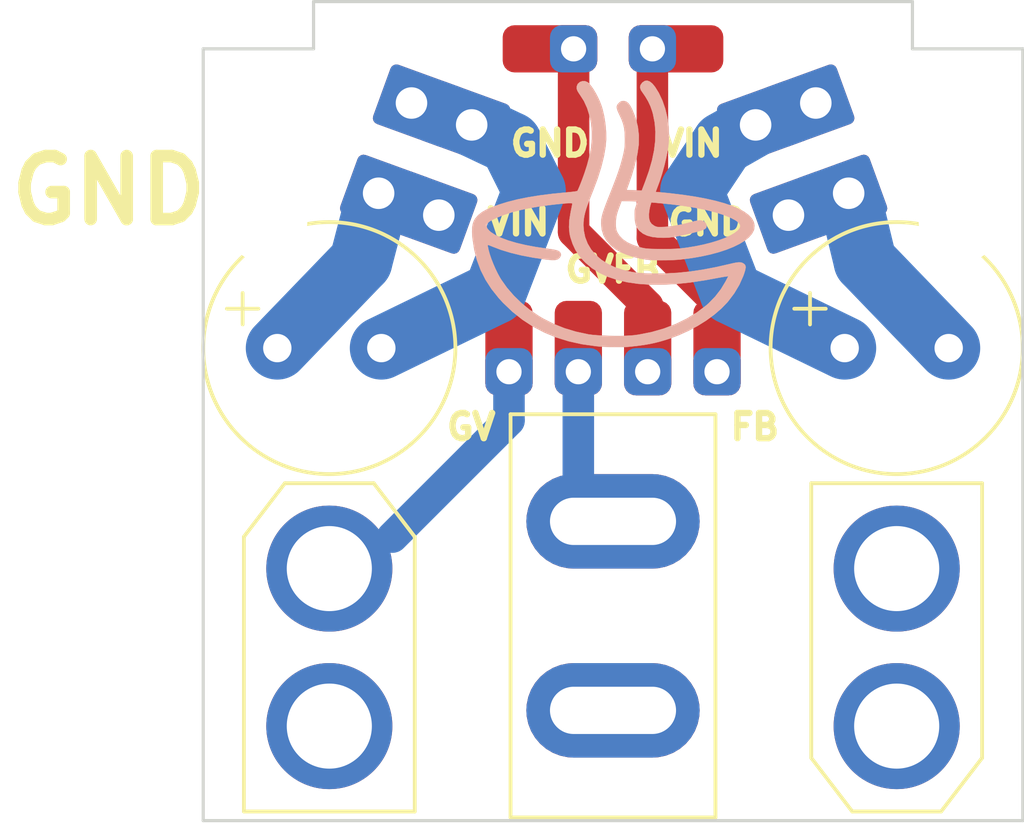
<source format=kicad_pcb>
(kicad_pcb (version 20211014) (generator pcbnew)
  (layers (0 "F.Cu" signal) (31 "B.Cu" signal) (34 "B.Paste" user) (35 "F.Paste" user) (36 "B.SilkS" user "B.Silkscreen") (37 "F.SilkS" user "F.Silkscreen") (38 "B.Mask" user) (39 "F.Mask" user) (44 "Edge.Cuts" user))
  (net 0 "")
  (net 1 "PPM_F")
  (net 2 "PPM_B")
  (net 3 "Net-(J7-Pad1)")
  (net 4 "GND")
  (net 5 "VDD")
  (net 6 "Net-(J8-Pad1)")
  (footprint "AlfredoFootprints:TGD_lowESR_cap" (layer "F.Cu") (at -9 -15)
    (fp_text reference "C2" hide)
    (fp_text value "330uF" hide)
    (fp_line (start -3.25 -1.25) (end -2.25 -1.25) (layer "F.SilkS") (width 0.12))
    (fp_line (start -2.75 -1.75) (end -2.75 -0.75) (layer "F.SilkS") (width 0.12))
    (fp_circle (center 0 0) (end 4 0) (layer "F.SilkS") (width 0.12) (fill none))
    (pad "1" thru_hole circle (at -1.65 0) (size 1.8 1.8) (drill 0.9) (layers *.Cu *.Mask) (net 5 "VDD"))
    (pad "2" thru_hole circle (at 1.65 0) (size 1.8 1.8) (drill 0.9) (layers *.Cu *.Mask) (net 4 "GND"))
  )
  (footprint "AlfredoFootprints:TGD_AMASS_XT30U-F_1x02_P5.0mm_Vertical" (layer "F.Cu") (at -9 -5.5 -90)
    (fp_text reference "J9" hide)
    (fp_text value "bat_low" hide)
    (fp_line (start -3.51 2.71) (end 5.21 2.71) (layer "F.SilkS") (width 0.12))
    (fp_line (start -5.21 1.41) (end -3.51 2.71) (layer "F.SilkS") (width 0.12))
    (fp_line (start -3.51 -2.71) (end 5.21 -2.71) (layer "F.SilkS") (width 0.12))
    (fp_line (start -5.21 -1.41) (end -3.51 -2.71) (layer "F.SilkS") (width 0.12))
    (fp_line (start 5.21 -2.71) (end 5.21 2.71) (layer "F.SilkS") (width 0.12))
    (fp_line (start -5.21 -1.41) (end -5.21 1.41) (layer "F.SilkS") (width 0.12))
    (pad "1" thru_hole circle (at -2.5 0 270) (size 4 4) (drill 2.7) (layers *.Cu *.Mask) (net 4 "GND"))
    (pad "2" thru_hole circle (at 2.5 0 270) (size 4 4) (drill 2.7) (layers *.Cu *.Mask) (net 6 "Net-(J8-Pad1)"))
  )
  (footprint "AlfredoFootprints:TGD-antenna-THT" (layer "F.Cu") (at 1.1 -15)
    (fp_text reference "J1" hide)
    (fp_text value "Conn_01x01" hide)
    (pad "1" smd roundrect (at 0 0) (size 1.5 3) (layers "F.Cu" "F.Paste" "F.Mask") (net 1 "PPM_F"))
    (pad "1" thru_hole roundrect (at 0 0.75) (size 1.5 1.5) (drill 0.8) (layers *.Cu *.Mask) (net 1 "PPM_F"))
  )
  (footprint "AlfredoFootprints:TGD-antenna-THT" (layer "F.Cu") (at -1.1 -15)
    (fp_text reference "J3" hide)
    (fp_text value "Conn_01x01" hide)
    (pad "1" smd roundrect (at 0 0) (size 1.5 3) (layers "F.Cu" "F.Paste" "F.Mask") (net 5 "VDD"))
    (pad "1" thru_hole roundrect (at 0 0.75) (size 1.5 1.5) (drill 0.8) (layers *.Cu *.Mask) (net 5 "VDD"))
  )
  (footprint "AlfredoFootprints:TGD-antenna-THT" (layer "F.Cu") (at 2 -24.5 -90)
    (fp_text reference "J2" hide)
    (fp_text value "Conn_01x01" hide)
    (pad "1" thru_hole roundrect (at 0 0.75 270) (size 1.5 1.5) (drill 0.8) (layers *.Cu *.Mask) (net 2 "PPM_B"))
    (pad "1" smd roundrect (at 0 0 270) (size 1.5 3) (layers "F.Cu" "F.Paste" "F.Mask") (net 2 "PPM_B"))
  )
  (footprint "AlfredoFootprints:TGD_ESC_SigPads" (layer "F.Cu") (at -4.484 -22.084599 -110)
    (fp_text reference "J10" hide)
    (fp_text value "ESC_Foo" hide)
    (pad "1" thru_hole roundrect locked (at 0 2.032 70) (size 2 2.5) (drill 1 (offset 0 0.25)) (layers *.Cu *.Mask) (roundrect_rratio 0.1) (net 4 "GND"))
    (pad "1" thru_hole roundrect locked (at 0 0 250) (size 2 2.5) (drill 1 (offset 0 0.25)) (layers *.Cu *.Mask) (roundrect_rratio 0.1) (net 4 "GND"))
    (pad "2" thru_hole roundrect locked (at 3.048 2.032 70) (size 2 2.5) (drill 1 (offset 0 0.25)) (layers *.Cu *.Mask) (roundrect_rratio 0.1) (net 5 "VDD"))
    (pad "2" thru_hole roundrect locked (at 3.048 0 250) (size 2 2.5) (drill 1 (offset 0 0.25)) (layers *.Cu *.Mask) (roundrect_rratio 0.1) (net 5 "VDD"))
  )
  (footprint "" (layer "F.Cu") (at 11 -19)
    (fp_text reference "" (at 0 0) (layer "F.SilkS") (effects (font (size 1.27 1.27))))
    (fp_text value "" (at 0 0) (layer "F.SilkS") (effects (font (size 1.27 1.27))))
    (pad "" np_thru_hole circle locked (at 0 0) (size 2.6 2.6) (drill 2.6) (layers F&B.Cu *.Mask))
  )
  (footprint "AlfredoFootprints:TGD_lowESR_cap" (layer "F.Cu") (at 9 -15)
    (fp_text reference "C1" hide)
    (fp_text value "330uF" hide)
    (fp_line (start -2.75 -1.75) (end -2.75 -0.75) (layer "F.SilkS") (width 0.12))
    (fp_line (start -3.25 -1.25) (end -2.25 -1.25) (layer "F.SilkS") (width 0.12))
    (fp_circle (center 0 0) (end 4 0) (layer "F.SilkS") (width 0.12) (fill none))
    (pad "1" thru_hole circle (at -1.65 0) (size 1.8 1.8) (drill 0.9) (layers *.Cu *.Mask) (net 5 "VDD"))
    (pad "2" thru_hole circle (at 1.65 0) (size 1.8 1.8) (drill 0.9) (layers *.Cu *.Mask) (net 4 "GND"))
  )
  (footprint "AlfredoFootprints:TGD-antenna-THT" (layer "F.Cu") (at -2 -24.5 90)
    (fp_text reference "J5" hide)
    (fp_text value "Conn_01x01" hide)
    (pad "1" smd roundrect (at 0 0 90) (size 1.5 3) (layers "F.Cu" "F.Paste" "F.Mask") (net 1 "PPM_F"))
    (pad "1" thru_hole roundrect (at 0 0.75 90) (size 1.5 1.5) (drill 0.8) (layers *.Cu *.Mask) (net 1 "PPM_F"))
  )
  (footprint "AlfredoFootprints:TGD_AMASS_XT30U-F_1x02_P5.0mm_Vertical" (layer "F.Cu") (at 9 -5.5 90)
    (fp_text reference "J8" hide)
    (fp_text value "bat_high" hide)
    (fp_line (start -5.21 1.41) (end -3.51 2.71) (layer "F.SilkS") (width 0.12))
    (fp_line (start 5.21 -2.71) (end 5.21 2.71) (layer "F.SilkS") (width 0.12))
    (fp_line (start -3.51 2.71) (end 5.21 2.71) (layer "F.SilkS") (width 0.12))
    (fp_line (start -5.21 -1.41) (end -5.21 1.41) (layer "F.SilkS") (width 0.12))
    (fp_line (start -5.21 -1.41) (end -3.51 -2.71) (layer "F.SilkS") (width 0.12))
    (fp_line (start -3.51 -2.71) (end 5.21 -2.71) (layer "F.SilkS") (width 0.12))
    (pad "1" thru_hole circle (at -2.5 0 90) (size 4 4) (drill 2.7) (layers *.Cu *.Mask) (net 6 "Net-(J8-Pad1)"))
    (pad "2" thru_hole circle (at 2.5 0 90) (size 4 4) (drill 2.7) (layers *.Cu *.Mask) (net 3 "Net-(J7-Pad1)"))
  )
  (footprint "AlfredoFootprints:TGD-antenna-THT" (layer "F.Cu") (at 3.3 -15)
    (fp_text reference "J6" hide)
    (fp_text value "Conn_01x01" hide)
    (pad "1" thru_hole roundrect (at 0 0.75) (size 1.5 1.5) (drill 0.8) (layers *.Cu *.Mask) (net 2 "PPM_B"))
    (pad "1" smd roundrect (at 0 0) (size 1.5 3) (layers "F.Cu" "F.Paste" "F.Mask") (net 2 "PPM_B"))
  )
  (footprint "AlfredoFootprints:TGD_ESC_SigPads" (layer "F.Cu") (at 6.433489 -22.779584 -70)
    (fp_text reference "J11" hide)
    (fp_text value "ESC_Bar" hide)
    (pad "1" thru_hole roundrect locked (at 0 2.032 110) (size 2 2.5) (drill 1 (offset 0 0.25)) (layers *.Cu *.Mask) (roundrect_rratio 0.1) (net 5 "VDD"))
    (pad "1" thru_hole roundrect locked (at 0 0 290) (size 2 2.5) (drill 1 (offset 0 0.25)) (layers *.Cu *.Mask) (roundrect_rratio 0.1) (net 5 "VDD"))
    (pad "2" thru_hole roundrect locked (at 3.048 2.032 110) (size 2 2.5) (drill 1 (offset 0 0.25)) (layers *.Cu *.Mask) (roundrect_rratio 0.1) (net 4 "GND"))
    (pad "2" thru_hole roundrect locked (at 3.048 0 290) (size 2 2.5) (drill 1 (offset 0 0.25)) (layers *.Cu *.Mask) (roundrect_rratio 0.1) (net 4 "GND"))
  )
  (footprint "AlfredoFootprints:FT_Switch_Vertical" (layer "F.Cu") (at 0 -6.5 90)
    (fp_text reference "J7" hide)
    (fp_text value "FT_switch" hide)
    (fp_line (start -6.4 3.25) (end -6.4 -3.25) (layer "F.SilkS") (width 0.12))
    (fp_line (start 6.4 3.25) (end -6.4 3.25) (layer "F.SilkS") (width 0.12))
    (fp_line (start -6.4 -3.25) (end 6.4 -3.25) (layer "F.SilkS") (width 0.12))
    (fp_line (start 6.4 -3.25) (end 6.4 3.25) (layer "F.SilkS") (width 0.12))
    (pad "1" thru_hole roundrect locked (at -3 0 90) (size 3 5.5) (drill oval 1.5 4) (layers *.Cu *.Mask) (roundrect_rratio 0.5) (net 3 "Net-(J7-Pad1)"))
    (pad "2" thru_hole roundrect locked (at 3 0 90) (size 3 5.5) (drill oval 1.5 4) (layers *.Cu *.Mask) (roundrect_rratio 0.5) (net 5 "VDD"))
  )
  (footprint "" (layer "F.Cu") (at -11 -19)
    (fp_text reference "" (at 0 0) (layer "F.SilkS") (effects (font (size 1.27 1.27))))
    (fp_text value "" (at 0 0) (layer "F.SilkS") (effects (font (size 1.27 1.27))))
    (pad "" np_thru_hole circle locked (at 0 0) (size 2.6 2.6) (drill 2.6) (layers F&B.Cu *.Mask))
  )
  (footprint "AlfredoFootprints:TGD-antenna-THT" (layer "F.Cu") (at -3.3 -15)
    (fp_text reference "J4" hide)
    (fp_text value "Conn_01x01" hide)
    (pad "1" thru_hole roundrect (at 0 0.75) (size 1.5 1.5) (drill 0.8) (layers *.Cu *.Mask) (net 4 "GND"))
    (pad "1" smd roundrect (at 0 0) (size 1.5 3) (layers "F.Cu" "F.Paste" "F.Mask") (net 4 "GND"))
  )
  (footprint "AlfredoFootprints:Alfredo_logo_small" (layer "B.Cu") (at 0 -19.25 180)
    (fp_text reference "G***" hide)
    (fp_text value "LOGO" hide)
    (fp_poly (pts (xy 1.048472 4.196177) (xy 1.109171 4.144513) (xy 1.125128 4.119392) (xy 1.150515 4.050461) (xy 1.150774 3.982905) (xy 1.124125 3.908861) (xy 1.068789 3.820466) (xy 1.052368 3.798017) (xy 0.922937 3.595717) (xy 0.819779 3.370047) (xy 0.741797 3.118183) (xy 0.693056 2.872154) (xy 0.668387 2.630972) (xy 0.668384 2.383487) (xy 0.693645 2.125196) (xy 0.744768 1.851597) (xy 0.822353 1.558187) (xy 0.899639 1.318432) (xy 0.941001 1.201391) (xy 0.984038 1.084909) (xy 1.026198 0.975376) (xy 1.064928 0.879182) (xy 1.097674 0.802717) (xy 1.121883 0.75237) (xy 1.132254 0.736222) (xy 1.15596 0.72934) (xy 1.211892 0.72038) (xy 1.293308 0.710203) (xy 1.393469 0.699674) (xy 1.477486 0.692009) (xy 1.917664 0.648919) (xy 2.321797 0.597814) (xy 2.692187 0.538195) (xy 3.031134 0.469564) (xy 3.340941 0.391425) (xy 3.623909 0.303279) (xy 3.882339 0.204628) (xy 4.024275 0.141277) (xy 4.161624 0.062513) (xy 4.278952 -0.032474) (xy 4.369386 -0.13734) (xy 4.416333 -0.220743) (xy 4.448873 -0.318542) (xy 4.466769 -0.430482) (xy 4.470521 -0.563531) (xy 4.460628 -0.724656) (xy 4.455909 -0.771769) (xy 4.401444 -1.126167) (xy 4.315102 -1.461215) (xy 4.195638 -1.779539) (xy 4.041806 -2.08376) (xy 3.85236 -2.376505) (xy 3.626055 -2.660396) (xy 3.487615 -2.81143) (xy 3.189414 -3.09638) (xy 2.87266 -3.348333) (xy 2.53648 -3.567684) (xy 2.180001 -3.754827) (xy 1.80235 -3.910158) (xy 1.402655 -4.034071) (xy 0.980043 -4.126962) (xy 0.533641 -4.189226) (xy 0.420077 -4.199895) (xy 0.321342 -4.206327) (xy 0.198683 -4.211288) (xy 0.061377 -4.214706) (xy -0.0813 -4.216505) (xy -0.22007 -4.216611) (xy -0.345655 -4.214949) (xy -0.44878 -4.211445) (xy -0.508 -4.207352) (xy -0.752383 -4.181009) (xy -0.967077 -4.152166) (xy -1.161465 -4.118957) (xy -1.344931 -4.079518) (xy -1.526856 -4.031984) (xy -1.716625 -3.97449) (xy -1.774593 -3.955646) (xy -2.085569 -3.840373) (xy -2.39005 -3.702635) (xy -2.682722 -3.545792) (xy -2.958268 -3.373204) (xy -3.211374 -3.188231) (xy -3.436726 -2.994234) (xy -3.629006 -2.794572) (xy -3.649841 -2.770111) (xy -3.846976 -2.509773) (xy -4.006875 -2.242161) (xy -4.129671 -1.967749) (xy -3.658602 -1.967749) (xy -3.574383 -2.12963) (xy -3.424941 -2.377959) (xy -3.243824 -2.61257) (xy -3.038119 -2.824685) (xy -2.952868 -2.899326) (xy -2.654249 -3.123522) (xy -2.328815 -3.321155) (xy -1.979487 -3.491013) (xy -1.609188 -3.631882) (xy -1.220838 -3.742551) (xy -0.817361 -3.821809) (xy -0.683846 -3.840553) (xy -0.560229 -3.852046) (xy -0.407863 -3.859605) (xy -0.235004 -3.863391) (xy -0.049903 -3.86356) (xy 0.139185 -3.860274) (xy 0.324007 -3.853689) (xy 0.496309 -3.843965) (xy 0.647838 -3.83126) (xy 0.77034 -3.815734) (xy 0.791308 -3.812183) (xy 1.178128 -3.728462) (xy 1.538957 -3.619749) (xy 1.879497 -3.483917) (xy 2.205449 -3.318833) (xy 2.365856 -3.223963) (xy 2.644108 -3.033472) (xy 2.906721 -2.818221) (xy 3.148168 -2.583686) (xy 3.362919 -2.335345) (xy 3.545449 -2.078676) (xy 3.582961 -2.017924) (xy 3.654701 -1.888148) (xy 3.727197 -1.739002) (xy 3.796534 -1.580164) (xy 3.858797 -1.421313) (xy 3.910069 -1.27213) (xy 3.946435 -1.142293) (xy 3.956639 -1.094154) (xy 3.967956 -1.037637) (xy 3.978275 -0.993632) (xy 3.978787 -0.991782) (xy 3.978062 -0.977562) (xy 3.960718 -0.975958) (xy 3.920971 -0.98826) (xy 3.853034 -1.015758) (xy 3.833058 -1.024263) (xy 3.556719 -1.129612) (xy 3.246339 -1.224155) (xy 2.90567 -1.307003) (xy 2.538469 -1.377268) (xy 2.14849 -1.434063) (xy 2.050717 -1.445728) (xy 1.923252 -1.455584) (xy 1.826856 -1.451071) (xy 1.755725 -1.43077) (xy 1.704058 -1.39326) (xy 1.675026 -1.353727) (xy 1.652127 -1.306733) (xy 1.651118 -1.270563) (xy 1.664436 -1.236674) (xy 1.685085 -1.203209) (xy 1.714791 -1.176531) (xy 1.759077 -1.154793) (xy 1.823465 -1.136149) (xy 1.913476 -1.118754) (xy 2.034632 -1.100761) (xy 2.094984 -1.092731) (xy 2.452583 -1.039926) (xy 2.777935 -0.978944) (xy 3.069973 -0.910097) (xy 3.32763 -0.833699) (xy 3.549839 -0.750065) (xy 3.735533 -0.659506) (xy 3.872997 -0.570503) (xy 3.929838 -0.520558) (xy 3.976603 -0.467279) (xy 3.995251 -0.437622) (xy 4.013147 -0.381168) (xy 4.008071 -0.329775) (xy 3.97721 -0.280588) (xy 3.917748 -0.230752) (xy 3.826868 -0.177413) (xy 3.701757 -0.117716) (xy 3.662929 -0.100651) (xy 3.449761 -0.016211) (xy 3.219607 0.059044) (xy 2.968572 0.125992) (xy 2.692764 0.185506) (xy 2.388287 0.238464) (xy 2.051248 0.285741) (xy 1.826846 0.312292) (xy 1.649356 0.330989) (xy 1.509023 0.343471) (xy 1.404435 0.3498) (xy 1.334179 0.350042) (xy 1.296844 0.34426) (xy 1.289538 0.336818) (xy 1.293388 0.313057) (xy 1.303903 0.258841) (xy 1.319535 0.181918) (xy 1.338735 0.090037) (xy 1.341298 0.077934) (xy 1.383166 -0.177404) (xy 1.395151 -0.408156) (xy 1.37726 -0.614908) (xy 1.351416 -0.730426) (xy 1.280636 -0.943534) (xy 1.194852 -1.128812) (xy 1.087982 -1.296477) (xy 0.953945 -1.456744) (xy 0.865971 -1.545893) (xy 0.661609 -1.716409) (xy 0.426953 -1.863072) (xy 0.162734 -1.985788) (xy -0.130318 -2.084464) (xy -0.451473 -2.159005) (xy -0.800001 -2.209318) (xy -1.17517 -2.23531) (xy -1.576252 -2.236887) (xy -2.002515 -2.213955) (xy -2.453229 -2.16642) (xy -2.927664 -2.09419) (xy -3.126154 -2.057934) (xy -3.246593 -2.035226) (xy -3.35968 -2.014467) (xy -3.457487 -1.997071) (xy -3.532084 -1.98445) (xy -3.573109 -1.978306) (xy -3.658602 -1.967749) (xy -4.129671 -1.967749) (xy -4.131115 -1.964524) (xy -4.162817 -1.87545) (xy -4.194605 -1.77025) (xy -4.208153 -1.693036) (xy -4.202844 -1.636915) (xy -4.17806 -1.594994) (xy -4.134685 -1.561291) (xy -4.090196 -1.539596) (xy -4.040167 -1.528368) (xy -3.977781 -1.52792) (xy -3.896223 -1.538563) (xy -3.788675 -1.56061) (xy -3.702048 -1.581095) (xy -3.260355 -1.681616) (xy -2.843915 -1.76093) (xy -2.44577 -1.819954) (xy -2.058962 -1.859607) (xy -1.676534 -1.880807) (xy -1.397 -1.885157) (xy -1.191809 -1.883568) (xy -1.017434 -1.878486) (xy -0.865701 -1.869025) (xy -0.728436 -1.854296) (xy -0.597466 -1.833411) (xy -0.464616 -1.805485) (xy -0.321712 -1.769628) (xy -0.313961 -1.767559) (xy -0.058399 -1.683131) (xy 0.171665 -1.574362) (xy 0.37466 -1.443032) (xy 0.549015 -1.290919) (xy 0.693159 -1.119805) (xy 0.80552 -0.931467) (xy 0.884528 -0.727686) (xy 0.92861 -0.510241) (xy 0.937846 -0.349844) (xy 0.935283 -0.251354) (xy 0.926648 -0.155144) (xy 0.910528 -0.056116) (xy 0.885506 0.050831) (xy 0.850167 0.170799) (xy 0.803096 0.308886) (xy 0.742876 0.470195) (xy 0.668093 0.659824) (xy 0.634714 0.742462) (xy 0.489964 1.126271) (xy 0.374177 1.492819) (xy 0.287991 1.839857) (xy 0.232845 2.159) (xy 0.216406 2.376095) (xy 0.219412 2.614362) (xy 0.240632 2.861812) (xy 0.278837 3.106457) (xy 0.332796 3.336311) (xy 0.364232 3.438769) (xy 0.414003 3.570275) (xy 0.475286 3.705305) (xy 0.544041 3.837025) (xy 0.616227 3.958601) (xy 0.687804 4.063199) (xy 0.75473 4.143985) (xy 0.809517 4.191926) (xy 0.88719 4.222516) (xy 0.97066 4.223055) (xy 1.048472 4.196177)) (layer "B.SilkS") (width 0.01) (fill solid))
    (fp_poly (pts (xy -1.006448 4.229314) (xy -0.93226 4.179404) (xy -0.926123 4.173415) (xy -0.873362 4.099896) (xy -0.859505 4.023341) (xy -0.884508 3.943074) (xy -0.908326 3.905697) (xy -1.025605 3.736054) (xy -1.11729 3.579997) (xy -1.18857 3.427042) (xy -1.244638 3.266708) (xy -1.269846 3.175604) (xy -1.323402 2.904577) (xy -1.34717 2.624452) (xy -1.340876 2.332832) (xy -1.304241 2.027317) (xy -1.236991 1.705512) (xy -1.13885 1.365016) (xy -1.024211 1.041467) (xy -0.913547 0.752231) (xy -0.676581 0.758823) (xy -0.585105 0.761654) (xy -0.509373 0.76454) (xy -0.457058 0.767149) (xy -0.435831 0.769152) (xy -0.435738 0.769214) (xy -0.440512 0.787876) (xy -0.456417 0.835626) (xy -0.480873 0.904961) (xy -0.507382 0.977766) (xy -0.588344 1.213699) (xy -0.664363 1.466374) (xy -0.730288 1.717736) (xy -0.772587 1.907169) (xy -0.815377 2.207348) (xy -0.820199 2.498862) (xy -0.786925 2.782802) (xy -0.715426 3.060263) (xy -0.605574 3.332335) (xy -0.604751 3.334055) (xy -0.543824 3.447226) (xy -0.484745 3.525633) (xy -0.423433 3.573135) (xy -0.355806 3.59359) (xy -0.328701 3.595077) (xy -0.269946 3.588426) (xy -0.22168 3.562913) (xy -0.183662 3.528646) (xy -0.142408 3.479038) (xy -0.1215 3.428062) (xy -0.121336 3.368617) (xy -0.142318 3.2936) (xy -0.184845 3.195909) (xy -0.204686 3.155462) (xy -0.273822 3.005335) (xy -0.322916 2.867125) (xy -0.354792 2.728429) (xy -0.372275 2.576845) (xy -0.378189 2.39997) (xy -0.37822 2.393462) (xy -0.377445 2.268687) (xy -0.373005 2.168953) (xy -0.363438 2.080284) (xy -0.347279 1.988707) (xy -0.325547 1.890795) (xy -0.291316 1.751656) (xy -0.254329 1.616003) (xy -0.212548 1.477808) (xy -0.163938 1.331043) (xy -0.106462 1.169681) (xy -0.038083 0.987692) (xy 0.043234 0.779049) (xy 0.0888 0.664308) (xy 0.1631 0.476909) (xy 0.223601 0.320905) (xy 0.27167 0.191682) (xy 0.308679 0.084623) (xy 0.335996 -0.004889) (xy 0.354992 -0.081469) (xy 0.367037 -0.149733) (xy 0.3735 -0.214297) (xy 0.375751 -0.279778) (xy 0.375801 -0.302846) (xy 0.356573 -0.493095) (xy 0.300524 -0.670325) (xy 0.207745 -0.834335) (xy 0.078329 -0.984922) (xy 0.049581 -1.012022) (xy -0.079661 -1.110459) (xy -0.241248 -1.201558) (xy -0.428755 -1.282873) (xy -0.635758 -1.351956) (xy -0.855832 -1.406362) (xy -1.082553 -1.443643) (xy -1.084385 -1.443866) (xy -1.201977 -1.454009) (xy -1.348498 -1.46019) (xy -1.514011 -1.462491) (xy -1.688576 -1.460997) (xy -1.862257 -1.455789) (xy -2.025114 -1.446952) (xy -2.164842 -1.434828) (xy -2.490649 -1.392661) (xy -2.799613 -1.339504) (xy -3.089575 -1.276245) (xy -3.358376 -1.203776) (xy -3.603857 -1.122987) (xy -3.823858 -1.034767) (xy -4.01622 -0.940007) (xy -4.178784 -0.839598) (xy -4.30939 -0.734429) (xy -4.405879 -0.625392) (xy -4.466091 -0.513375) (xy -4.47606 -0.481955) (xy -4.487766 -0.379628) (xy -4.041421 -0.379628) (xy -4.021537 -0.442682) (xy -3.967882 -0.509612) (xy -3.961073 -0.516234) (xy -3.854696 -0.599395) (xy -3.71328 -0.680769) (xy -3.540857 -0.759079) (xy -3.341462 -0.833046) (xy -3.119128 -0.901394) (xy -2.877889 -0.962846) (xy -2.621779 -1.016125) (xy -2.354831 -1.059953) (xy -2.168608 -1.083771) (xy -2.01106 -1.096804) (xy -1.818552 -1.104429) (xy -1.594843 -1.106529) (xy -1.484923 -1.105637) (xy -1.338093 -1.10339) (xy -1.223122 -1.100524) (xy -1.132794 -1.096391) (xy -1.059892 -1.090345) (xy -0.997198 -1.081738) (xy -0.937495 -1.069923) (xy -0.873566 -1.054254) (xy -0.853761 -1.049044) (xy -0.638075 -0.979832) (xy -0.458146 -0.896058) (xy -0.313295 -0.797273) (xy -0.20284 -0.683027) (xy -0.136916 -0.576385) (xy -0.113328 -0.521411) (xy -0.098953 -0.467093) (xy -0.09168 -0.400865) (xy -0.089401 -0.310162) (xy -0.089359 -0.293077) (xy -0.091908 -0.193741) (xy -0.101181 -0.103909) (xy -0.119432 -0.013514) (xy -0.148916 0.08751) (xy -0.191887 0.209231) (xy -0.216263 0.273538) (xy -0.272601 0.420077) (xy -0.522185 0.413221) (xy -0.616225 0.410378) (xy -0.694705 0.407514) (xy -0.750153 0.404937) (xy -0.775099 0.402956) (xy -0.775742 0.402735) (xy -0.771484 0.384089) (xy -0.756588 0.338149) (xy -0.734102 0.274224) (xy -0.730041 0.263053) (xy -0.707002 0.195094) (xy -0.693011 0.136471) (xy -0.686462 0.074166) (xy -0.685746 -0.00484) (xy -0.687894 -0.078154) (xy -0.698309 -0.217064) (xy -0.720136 -0.326691) (xy -0.756474 -0.415935) (xy -0.810423 -0.493695) (xy -0.84598 -0.532062) (xy -0.951882 -0.615587) (xy -1.082721 -0.678079) (xy -1.241059 -0.720277) (xy -1.429458 -0.742922) (xy -1.592385 -0.747517) (xy -1.694085 -0.745646) (xy -1.785675 -0.739863) (xy -1.878332 -0.728738) (xy -1.983235 -0.71084) (xy -2.111562 -0.684738) (xy -2.153669 -0.675665) (xy -2.353214 -0.631695) (xy -2.517681 -0.593861) (xy -2.650387 -0.561048) (xy -2.754653 -0.532137) (xy -2.833796 -0.506009) (xy -2.891136 -0.481548) (xy -2.929991 -0.457634) (xy -2.953681 -0.433151) (xy -2.965523 -0.40698) (xy -2.966692 -0.401807) (xy -2.962844 -0.330464) (xy -2.926662 -0.26848) (xy -2.864769 -0.222131) (xy -2.783788 -0.197694) (xy -2.74898 -0.195458) (xy -2.696616 -0.20077) (xy -2.620223 -0.215025) (xy -2.533094 -0.235589) (xy -2.496972 -0.245342) (xy -2.208962 -0.318424) (xy -1.943166 -0.369729) (xy -1.703479 -0.398545) (xy -1.631462 -0.402968) (xy -1.530243 -0.406969) (xy -1.458771 -0.407543) (xy -1.407793 -0.403687) (xy -1.368054 -0.394396) (xy -1.330299 -0.378664) (xy -1.309077 -0.367967) (xy -1.225391 -0.308595) (xy -1.170416 -0.23003) (xy -1.142229 -0.128116) (xy -1.138834 0) (xy -1.148205 0.093023) (xy -1.164285 0.189826) (xy -1.181306 0.260993) (xy -1.215383 0.375447) (xy -1.364807 0.362468) (xy -1.812415 0.318276) (xy -2.222006 0.266726) (xy -2.593955 0.207744) (xy -2.928639 0.141252) (xy -3.226433 0.067173) (xy -3.487712 -0.01457) (xy -3.712853 -0.104052) (xy -3.763719 -0.127729) (xy -3.888683 -0.194501) (xy -3.975971 -0.25746) (xy -4.026558 -0.318528) (xy -4.041421 -0.379628) (xy -4.487766 -0.379628) (xy -4.489888 -0.361084) (xy -4.465439 -0.244846) (xy -4.403266 -0.133472) (xy -4.303919 -0.027192) (xy -4.167951 0.073761) (xy -3.995914 0.169159) (xy -3.788358 0.258768) (xy -3.545836 0.342359) (xy -3.268899 0.419701) (xy -2.958099 0.490562) (xy -2.613987 0.554711) (xy -2.237116 0.611919) (xy -1.828037 0.661953) (xy -1.715056 0.673903) (xy -1.610294 0.684376) (xy -1.517006 0.693211) (xy -1.443242 0.699681) (xy -1.397052 0.703061) (xy -1.388072 0.703385) (xy -1.366455 0.704936) (xy -1.358984 0.715442) (xy -1.365847 0.743678) (xy -1.387234 0.798422) (xy -1.390288 0.805962) (xy -1.476734 1.037201) (xy -1.557503 1.287619) (xy -1.629658 1.546072) (xy -1.690261 1.801416) (xy -1.736375 2.042508) (xy -1.759752 2.207846) (xy -1.776708 2.491037) (xy -1.764432 2.779044) (xy -1.724429 3.065381) (xy -1.658205 3.343563) (xy -1.567267 3.607105) (xy -1.45312 3.849521) (xy -1.334014 4.041145) (xy -1.247217 4.146451) (xy -1.163785 4.212884) (xy -1.083576 4.24049) (xy -1.006448 4.229314)) (layer "B.SilkS") (width 0.01) (fill solid))
  )
  (gr_line (start 13 0) (end -13 0) (layer "Edge.Cuts") (width 0.1))
  (gr_line (start 13 -24.5) (end 9.5 -24.5) (layer "Edge.Cuts") (width 0.1))
  (gr_line (start 13 0) (end 13 -24.5) (layer "Edge.Cuts") (width 0.1))
  (gr_line (start -13 -24.5) (end -13 0) (layer "Edge.Cuts") (width 0.1))
  (gr_line (start -9.5 -26) (end 9.5 -26) (layer "Edge.Cuts") (width 0.1))
  (gr_line (start -13 -24.5) (end -9.5 -24.5) (layer "Edge.Cuts") (width 0.1))
  (gr_line (start 9.5 -24.5) (end 9.5 -26) (layer "Edge.Cuts") (width 0.1))
  (gr_line (start -9.5 -24.5) (end -9.5 -26) (layer "Edge.Cuts") (width 0.1))
  (gr_text "GVFB" (at 0 -17.5) (layer "F.SilkS") (effects (font (size 0.8 0.8) (thickness 0.2))))
  (gr_text "VIN" (at 2.5 -21.5) (layer "F.SilkS") (effects (font (size 0.8 0.8) (thickness 0.2))))
  (gr_text "GND" (at -16 -20) (layer "F.SilkS") (effects (font (size 2 2) (thickness 0.4))))
  (gr_text "VIN" (at -3 -19) (layer "F.SilkS") (effects (font (size 0.8 0.8) (thickness 0.2))))
  (gr_text "GND" (at -2 -21.5) (layer "F.SilkS") (effects (font (size 0.8 0.8) (thickness 0.2))))
  (gr_text "GND" (at 3 -19) (layer "F.SilkS") (effects (font (size 0.8 0.8) (thickness 0.2))))
  (gr_text "FB\n" (at 4.5 -12.5) (layer "F.SilkS") (effects (font (size 0.8 0.8) (thickness 0.2))))
  (gr_text "GV" (at -4.5 -12.5) (layer "F.SilkS") (effects (font (size 0.8 0.8) (thickness 0.2))))
  (segment (start 1.1 -14.25) (end 1.1 -16.3375) (width 1) (layer "F.Cu") (net 1))
  (segment (start -1.25 -18.6875) (end -1.25 -24.5) (width 1) (layer "F.Cu") (net 1))
  (segment (start 1.1 -16.3375) (end -1.25 -18.6875) (width 1) (layer "F.Cu") (net 1))
  (segment (start 1.25 -18.5) (end 1.25 -24.5) (width 1) (layer "F.Cu") (net 2))
  (segment (start 3.3 -14.25) (end 3.3 -16.45) (width 1) (layer "F.Cu") (net 2))
  (segment (start 3.3 -16.45) (end 1.25 -18.5) (width 1) (layer "F.Cu") (net 2))
  (segment (start 10.65 -15) (end 8 -17.75) (width 2) (layer "B.Cu") (net 4))
  (segment (start -3.3 -12.7) (end -7 -9) (width 1) (layer "B.Cu") (net 4))
  (segment (start 8 -17.75) (end 7.475966 -19.915401) (width 2) (layer "B.Cu") (net 4))
  (segment (start -3.25 -21.5) (end -4.484 -22.084599) (width 2) (layer "B.Cu") (net 4))
  (segment (start -7.35 -15) (end -3.75 -16.75) (width 2) (layer "B.Cu") (net 4))
  (segment (start -3.3 -14.25) (end -3.3 -12.7) (width 1) (layer "B.Cu") (net 4))
  (segment (start -3.75 -16.75) (end -2.5 -20) (width 2) (layer "B.Cu") (net 4))
  (segment (start -2.5 -20) (end -3.25 -21.5) (width 2) (layer "B.Cu") (net 4))
  (segment (start -1.1 -10.6) (end 0 -9.5) (width 1) (layer "B.Cu") (net 5))
  (segment (start 2.5 -20) (end 3.5 -21.5) (width 2) (layer "B.Cu") (net 5))
  (segment (start 7.35 -15) (end 3.75 -16.75) (width 2) (layer "B.Cu") (net 5))
  (segment (start 3.5 -21.5) (end 4.524034 -22.084599) (width 2) (layer "B.Cu") (net 5))
  (segment (start -10.65 -15) (end -8 -17.75) (width 2) (layer "B.Cu") (net 5))
  (segment (start 3.75 -16.75) (end 2.5 -20) (width 2) (layer "B.Cu") (net 5))
  (segment (start -8 -17.75) (end -7.435933 -19.915401) (width 2) (layer "B.Cu") (net 5))
  (segment (start -1.1 -14.25) (end -1.1 -10.6) (width 1) (layer "B.Cu") (net 5))
)
</source>
